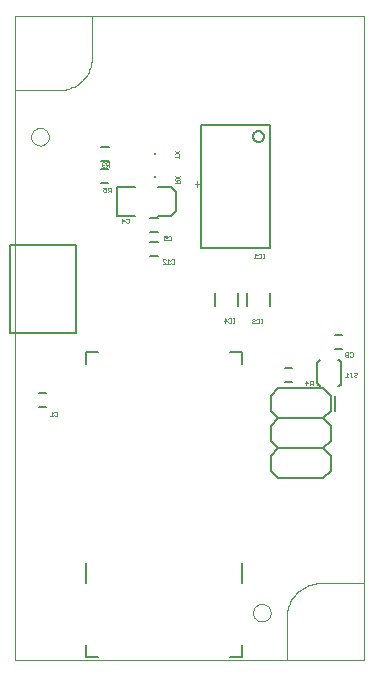
<source format=gbo>
G75*
G70*
%OFA0B0*%
%FSLAX24Y24*%
%IPPOS*%
%LPD*%
%AMOC8*
5,1,8,0,0,1.08239X$1,22.5*
%
%ADD10C,0.0000*%
%ADD11C,0.0030*%
%ADD12C,0.0060*%
%ADD13C,0.0010*%
%ADD14C,0.0080*%
%ADD15C,0.0050*%
%ADD16R,0.0079X0.0079*%
D10*
X000373Y000131D02*
X000373Y019127D01*
X001840Y019127D01*
X001903Y019129D01*
X001967Y019134D01*
X002030Y019144D01*
X002092Y019156D01*
X002153Y019173D01*
X002213Y019193D01*
X002273Y019216D01*
X002330Y019243D01*
X002386Y019273D01*
X002440Y019307D01*
X002492Y019343D01*
X002542Y019382D01*
X002589Y019425D01*
X002634Y019470D01*
X002677Y019517D01*
X002716Y019567D01*
X002752Y019619D01*
X002786Y019673D01*
X002816Y019729D01*
X002843Y019786D01*
X002866Y019846D01*
X002886Y019906D01*
X002903Y019967D01*
X002915Y020029D01*
X002925Y020092D01*
X002930Y020156D01*
X002932Y020219D01*
X002932Y021588D01*
X011987Y021588D01*
X011987Y002690D01*
X010554Y002690D01*
X010489Y002688D01*
X010423Y002682D01*
X010358Y002673D01*
X010294Y002660D01*
X010231Y002643D01*
X010169Y002622D01*
X010108Y002598D01*
X010049Y002570D01*
X009991Y002539D01*
X009935Y002505D01*
X009882Y002467D01*
X009830Y002427D01*
X009781Y002383D01*
X009735Y002337D01*
X009691Y002288D01*
X009651Y002236D01*
X009613Y002183D01*
X009579Y002127D01*
X009548Y002069D01*
X009520Y002010D01*
X009496Y001949D01*
X009475Y001887D01*
X009458Y001824D01*
X009445Y001760D01*
X009436Y001695D01*
X009430Y001629D01*
X009428Y001564D01*
X009428Y000131D01*
X000373Y000131D01*
X008298Y001706D02*
X008300Y001740D01*
X008306Y001774D01*
X008316Y001807D01*
X008329Y001838D01*
X008347Y001868D01*
X008367Y001896D01*
X008391Y001921D01*
X008417Y001943D01*
X008445Y001961D01*
X008476Y001977D01*
X008508Y001989D01*
X008542Y001997D01*
X008576Y002001D01*
X008610Y002001D01*
X008644Y001997D01*
X008678Y001989D01*
X008710Y001977D01*
X008740Y001961D01*
X008769Y001943D01*
X008795Y001921D01*
X008819Y001896D01*
X008839Y001868D01*
X008857Y001838D01*
X008870Y001807D01*
X008880Y001774D01*
X008886Y001740D01*
X008888Y001706D01*
X008886Y001672D01*
X008880Y001638D01*
X008870Y001605D01*
X008857Y001574D01*
X008839Y001544D01*
X008819Y001516D01*
X008795Y001491D01*
X008769Y001469D01*
X008741Y001451D01*
X008710Y001435D01*
X008678Y001423D01*
X008644Y001415D01*
X008610Y001411D01*
X008576Y001411D01*
X008542Y001415D01*
X008508Y001423D01*
X008476Y001435D01*
X008445Y001451D01*
X008417Y001469D01*
X008391Y001491D01*
X008367Y001516D01*
X008347Y001544D01*
X008329Y001574D01*
X008316Y001605D01*
X008306Y001638D01*
X008300Y001672D01*
X008298Y001706D01*
X009428Y000131D02*
X011987Y000131D01*
X011987Y002690D01*
X000905Y017572D02*
X000907Y017606D01*
X000913Y017640D01*
X000923Y017673D01*
X000936Y017704D01*
X000954Y017734D01*
X000974Y017762D01*
X000998Y017787D01*
X001024Y017809D01*
X001052Y017827D01*
X001083Y017843D01*
X001115Y017855D01*
X001149Y017863D01*
X001183Y017867D01*
X001217Y017867D01*
X001251Y017863D01*
X001285Y017855D01*
X001317Y017843D01*
X001347Y017827D01*
X001376Y017809D01*
X001402Y017787D01*
X001426Y017762D01*
X001446Y017734D01*
X001464Y017704D01*
X001477Y017673D01*
X001487Y017640D01*
X001493Y017606D01*
X001495Y017572D01*
X001493Y017538D01*
X001487Y017504D01*
X001477Y017471D01*
X001464Y017440D01*
X001446Y017410D01*
X001426Y017382D01*
X001402Y017357D01*
X001376Y017335D01*
X001348Y017317D01*
X001317Y017301D01*
X001285Y017289D01*
X001251Y017281D01*
X001217Y017277D01*
X001183Y017277D01*
X001149Y017281D01*
X001115Y017289D01*
X001083Y017301D01*
X001052Y017317D01*
X001024Y017335D01*
X000998Y017357D01*
X000974Y017382D01*
X000954Y017410D01*
X000936Y017440D01*
X000923Y017471D01*
X000913Y017504D01*
X000907Y017538D01*
X000905Y017572D01*
X000373Y019127D02*
X000373Y021588D01*
X002932Y021588D01*
D11*
X006446Y016085D02*
X006446Y015905D01*
X006536Y015995D02*
X006356Y015995D01*
D12*
X005117Y014855D02*
X004881Y014855D01*
X004881Y014383D02*
X005117Y014383D01*
X005117Y014068D02*
X004881Y014068D01*
X004881Y013596D02*
X005117Y013596D01*
X006564Y013867D02*
X008867Y013867D01*
X008867Y017962D01*
X006564Y017962D01*
X006564Y013867D01*
X008302Y017578D02*
X008304Y017604D01*
X008310Y017630D01*
X008319Y017655D01*
X008332Y017678D01*
X008348Y017699D01*
X008367Y017717D01*
X008389Y017733D01*
X008412Y017745D01*
X008437Y017753D01*
X008463Y017758D01*
X008490Y017759D01*
X008516Y017756D01*
X008541Y017749D01*
X008566Y017739D01*
X008588Y017725D01*
X008609Y017708D01*
X008626Y017689D01*
X008641Y017667D01*
X008652Y017643D01*
X008660Y017617D01*
X008664Y017591D01*
X008664Y017565D01*
X008660Y017539D01*
X008652Y017513D01*
X008641Y017489D01*
X008626Y017467D01*
X008609Y017448D01*
X008588Y017431D01*
X008566Y017417D01*
X008541Y017407D01*
X008516Y017400D01*
X008490Y017397D01*
X008463Y017398D01*
X008437Y017403D01*
X008412Y017411D01*
X008389Y017423D01*
X008367Y017439D01*
X008348Y017457D01*
X008332Y017478D01*
X008319Y017501D01*
X008310Y017526D01*
X008304Y017552D01*
X008302Y017578D01*
X003483Y017244D02*
X003247Y017244D01*
X003247Y016771D02*
X003483Y016771D01*
X003467Y016484D02*
X003231Y016484D01*
X003231Y016011D02*
X003467Y016011D01*
X001400Y009033D02*
X001164Y009033D01*
X001164Y008560D02*
X001400Y008560D01*
X009349Y009383D02*
X009586Y009383D01*
X009586Y009855D02*
X009349Y009855D01*
X011042Y010481D02*
X011278Y010481D01*
X011278Y010954D02*
X011042Y010954D01*
D13*
X011401Y010385D02*
X011376Y010360D01*
X011376Y010335D01*
X011401Y010310D01*
X011451Y010310D01*
X011476Y010335D01*
X011476Y010360D01*
X011451Y010385D01*
X011401Y010385D01*
X011401Y010310D02*
X011376Y010285D01*
X011376Y010260D01*
X011401Y010235D01*
X011451Y010235D01*
X011476Y010260D01*
X011476Y010285D01*
X011451Y010310D01*
X011523Y010260D02*
X011548Y010235D01*
X011598Y010235D01*
X011623Y010260D01*
X011623Y010360D01*
X011598Y010385D01*
X011548Y010385D01*
X011523Y010360D01*
X011526Y009705D02*
X011576Y009705D01*
X011551Y009705D02*
X011551Y009580D01*
X011576Y009555D01*
X011601Y009555D01*
X011626Y009580D01*
X011673Y009580D02*
X011698Y009555D01*
X011748Y009555D01*
X011773Y009580D01*
X011748Y009630D02*
X011698Y009630D01*
X011673Y009605D01*
X011673Y009580D01*
X011748Y009630D02*
X011773Y009655D01*
X011773Y009680D01*
X011748Y009705D01*
X011698Y009705D01*
X011673Y009680D01*
X011479Y009655D02*
X011429Y009705D01*
X011429Y009555D01*
X011479Y009555D02*
X011379Y009555D01*
X010285Y009444D02*
X010285Y009294D01*
X010285Y009344D02*
X010210Y009344D01*
X010185Y009369D01*
X010185Y009419D01*
X010210Y009444D01*
X010285Y009444D01*
X010235Y009344D02*
X010185Y009294D01*
X010138Y009369D02*
X010037Y009369D01*
X010062Y009294D02*
X010062Y009444D01*
X010138Y009369D01*
X008612Y011345D02*
X008562Y011345D01*
X008587Y011345D02*
X008587Y011495D01*
X008612Y011495D02*
X008562Y011495D01*
X008514Y011470D02*
X008514Y011370D01*
X008489Y011345D01*
X008439Y011345D01*
X008414Y011370D01*
X008366Y011370D02*
X008341Y011345D01*
X008291Y011345D01*
X008266Y011370D01*
X008266Y011395D01*
X008291Y011420D01*
X008316Y011420D01*
X008291Y011420D02*
X008266Y011445D01*
X008266Y011470D01*
X008291Y011495D01*
X008341Y011495D01*
X008366Y011470D01*
X008414Y011470D02*
X008439Y011495D01*
X008489Y011495D01*
X008514Y011470D01*
X007674Y011516D02*
X007624Y011516D01*
X007649Y011516D02*
X007649Y011366D01*
X007674Y011366D02*
X007624Y011366D01*
X007576Y011391D02*
X007551Y011366D01*
X007501Y011366D01*
X007476Y011391D01*
X007429Y011441D02*
X007329Y011441D01*
X007354Y011366D02*
X007354Y011516D01*
X007429Y011441D01*
X007476Y011491D02*
X007501Y011516D01*
X007551Y011516D01*
X007576Y011491D01*
X007576Y011391D01*
X008329Y013511D02*
X008429Y013511D01*
X008379Y013511D02*
X008379Y013662D01*
X008429Y013612D01*
X008476Y013637D02*
X008501Y013662D01*
X008551Y013662D01*
X008576Y013637D01*
X008576Y013536D01*
X008551Y013511D01*
X008501Y013511D01*
X008476Y013536D01*
X008624Y013511D02*
X008674Y013511D01*
X008649Y013511D02*
X008649Y013662D01*
X008674Y013662D02*
X008624Y013662D01*
X005852Y016022D02*
X005852Y016098D01*
X005827Y016123D01*
X005777Y016123D01*
X005752Y016098D01*
X005752Y016022D01*
X005702Y016022D02*
X005852Y016022D01*
X005752Y016073D02*
X005702Y016123D01*
X005702Y016170D02*
X005852Y016270D01*
X005852Y016170D02*
X005702Y016270D01*
X005833Y016857D02*
X005833Y016957D01*
X005833Y017004D02*
X005682Y017105D01*
X005682Y017004D02*
X005833Y017105D01*
X005833Y016907D02*
X005682Y016907D01*
X004144Y014837D02*
X004169Y014812D01*
X004169Y014712D01*
X004144Y014687D01*
X004094Y014687D01*
X004069Y014712D01*
X004022Y014762D02*
X003922Y014762D01*
X003947Y014837D02*
X004022Y014762D01*
X004069Y014812D02*
X004094Y014837D01*
X004144Y014837D01*
X003947Y014837D02*
X003947Y014687D01*
X003557Y015725D02*
X003557Y015875D01*
X003482Y015875D01*
X003457Y015850D01*
X003457Y015800D01*
X003482Y015775D01*
X003557Y015775D01*
X003507Y015775D02*
X003457Y015725D01*
X003409Y015750D02*
X003384Y015725D01*
X003334Y015725D01*
X003309Y015750D01*
X003309Y015800D01*
X003334Y015825D01*
X003359Y015825D01*
X003409Y015800D01*
X003409Y015875D01*
X003309Y015875D01*
X003291Y016564D02*
X003341Y016564D01*
X003366Y016589D01*
X003413Y016564D02*
X003463Y016614D01*
X003438Y016614D02*
X003513Y016614D01*
X003513Y016564D02*
X003513Y016714D01*
X003438Y016714D01*
X003413Y016689D01*
X003413Y016639D01*
X003438Y016614D01*
X003366Y016689D02*
X003341Y016714D01*
X003291Y016714D01*
X003266Y016689D01*
X003266Y016664D01*
X003291Y016639D01*
X003266Y016614D01*
X003266Y016589D01*
X003291Y016564D01*
X003291Y016639D02*
X003316Y016639D01*
X005321Y014267D02*
X005421Y014267D01*
X005421Y014192D01*
X005371Y014217D01*
X005346Y014217D01*
X005321Y014192D01*
X005321Y014142D01*
X005346Y014117D01*
X005396Y014117D01*
X005421Y014142D01*
X005468Y014142D02*
X005493Y014117D01*
X005543Y014117D01*
X005568Y014142D01*
X005568Y014242D01*
X005543Y014267D01*
X005493Y014267D01*
X005468Y014242D01*
X005479Y013488D02*
X005479Y013337D01*
X005529Y013337D02*
X005429Y013337D01*
X005382Y013337D02*
X005282Y013438D01*
X005282Y013463D01*
X005307Y013488D01*
X005357Y013488D01*
X005382Y013463D01*
X005479Y013488D02*
X005529Y013438D01*
X005576Y013463D02*
X005601Y013488D01*
X005651Y013488D01*
X005676Y013463D01*
X005676Y013362D01*
X005651Y013337D01*
X005601Y013337D01*
X005576Y013362D01*
X005382Y013337D02*
X005282Y013337D01*
X001756Y008405D02*
X001706Y008405D01*
X001681Y008380D01*
X001634Y008355D02*
X001584Y008405D01*
X001584Y008255D01*
X001634Y008255D02*
X001534Y008255D01*
X001681Y008280D02*
X001706Y008255D01*
X001756Y008255D01*
X001781Y008280D01*
X001781Y008380D01*
X001756Y008405D01*
D14*
X002731Y010001D02*
X002731Y010395D01*
X003125Y010395D01*
X003759Y014943D02*
X004349Y014943D01*
X003759Y014943D02*
X003759Y015888D01*
X004349Y015888D01*
X005137Y015888D02*
X005570Y015888D01*
X005727Y015730D01*
X005727Y015100D01*
X005570Y014943D01*
X005137Y014943D01*
X007534Y010395D02*
X007928Y010395D01*
X007928Y010001D01*
X008893Y008944D02*
X008893Y008444D01*
X009143Y008194D01*
X010643Y008194D01*
X010893Y007944D01*
X010893Y007444D01*
X010643Y007194D01*
X009143Y007194D01*
X008893Y006944D01*
X008893Y006444D01*
X009143Y006194D01*
X010643Y006194D01*
X010893Y006444D01*
X010893Y006944D01*
X010643Y007194D01*
X010643Y008194D02*
X010893Y008444D01*
X010893Y008944D01*
X010643Y009194D01*
X009143Y009194D01*
X008893Y008944D01*
X009143Y008194D02*
X008893Y007944D01*
X008893Y007444D01*
X009143Y007194D01*
X010445Y009373D02*
X010445Y010023D01*
X010447Y010040D01*
X010451Y010057D01*
X010458Y010073D01*
X010468Y010087D01*
X010481Y010100D01*
X010495Y010110D01*
X010511Y010117D01*
X010528Y010121D01*
X010545Y010123D01*
X011145Y010123D02*
X011162Y010121D01*
X011179Y010117D01*
X011195Y010110D01*
X011209Y010100D01*
X011222Y010087D01*
X011232Y010073D01*
X011239Y010057D01*
X011243Y010040D01*
X011245Y010023D01*
X011245Y009373D01*
X011243Y009356D01*
X011239Y009339D01*
X011232Y009323D01*
X011222Y009309D01*
X011209Y009296D01*
X011195Y009286D01*
X011179Y009279D01*
X011162Y009275D01*
X011145Y009273D01*
X011024Y008944D02*
X011024Y008444D01*
X010545Y009273D02*
X010528Y009275D01*
X010511Y009279D01*
X010495Y009286D01*
X010481Y009296D01*
X010468Y009309D01*
X010458Y009323D01*
X010451Y009339D01*
X010447Y009356D01*
X010445Y009373D01*
X007928Y003348D02*
X007928Y002678D01*
X007928Y000631D02*
X007928Y000237D01*
X007534Y000237D01*
X003125Y000237D02*
X002731Y000237D01*
X002731Y000631D01*
X002731Y002678D02*
X002731Y003348D01*
D15*
X002391Y011014D02*
X000186Y011014D01*
X000186Y013967D01*
X002391Y013967D01*
X002391Y011014D01*
X007026Y011922D02*
X007026Y012355D01*
X007814Y012355D02*
X007814Y011922D01*
X008089Y011922D02*
X008089Y012355D01*
X008877Y012355D02*
X008877Y011922D01*
D16*
X005038Y016233D03*
X005038Y017001D03*
M02*

</source>
